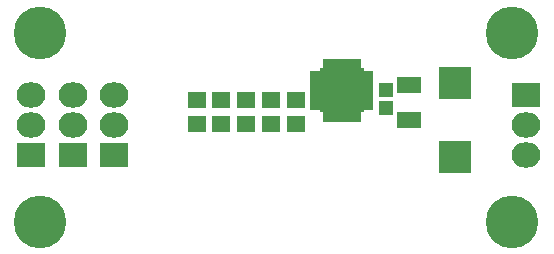
<source format=gts>
G04 #@! TF.FileFunction,Soldermask,Top*
%FSLAX46Y46*%
G04 Gerber Fmt 4.6, Leading zero omitted, Abs format (unit mm)*
G04 Created by KiCad (PCBNEW (2016-03-20 BZR 6634, Git a4ba01f)-product) date 4/5/2016 10:18:16 AM*
%MOMM*%
G01*
G04 APERTURE LIST*
%ADD10C,0.100000*%
%ADD11R,1.650000X1.400000*%
%ADD12R,2.432000X2.127200*%
%ADD13O,2.432000X2.127200*%
%ADD14R,2.000000X1.400000*%
%ADD15R,1.150000X1.200000*%
%ADD16R,0.950000X0.800000*%
%ADD17R,0.800000X0.950000*%
%ADD18R,2.075000X2.075000*%
%ADD19R,2.830000X2.770000*%
%ADD20C,4.464000*%
G04 APERTURE END LIST*
D10*
D11*
X144700000Y-88700000D03*
X144700000Y-90700000D03*
X142600000Y-88700000D03*
X142600000Y-90700000D03*
X140500000Y-88700000D03*
X140500000Y-90700000D03*
X138400000Y-88700000D03*
X138400000Y-90700000D03*
X136300000Y-88700000D03*
X136300000Y-90700000D03*
D12*
X164200000Y-88300000D03*
D13*
X164200000Y-90840000D03*
X164200000Y-93380000D03*
D14*
X154300000Y-87400000D03*
X154300000Y-90400000D03*
D15*
X152300000Y-87850000D03*
X152300000Y-89350000D03*
D16*
X146350000Y-86575000D03*
X146350000Y-87225000D03*
X146350000Y-87875000D03*
X146350000Y-88525000D03*
X146350000Y-89175000D03*
D17*
X147300000Y-90125000D03*
X147950000Y-90125000D03*
X148600000Y-90125000D03*
X149250000Y-90125000D03*
X149900000Y-90125000D03*
D16*
X150850000Y-89175000D03*
X150850000Y-88525000D03*
X150850000Y-87875000D03*
X150850000Y-87225000D03*
X150850000Y-86575000D03*
D17*
X149900000Y-85625000D03*
X149250000Y-85625000D03*
X148600000Y-85625000D03*
X147950000Y-85625000D03*
X147300000Y-85625000D03*
D18*
X149437500Y-88712500D03*
X149437500Y-87037500D03*
X147762500Y-88712500D03*
X147762500Y-87037500D03*
D19*
X158200000Y-93520000D03*
X158200000Y-87280000D03*
D12*
X125800000Y-93400000D03*
D13*
X125800000Y-90860000D03*
X125800000Y-88320000D03*
D12*
X129300000Y-93400000D03*
D13*
X129300000Y-90860000D03*
X129300000Y-88320000D03*
D20*
X123000000Y-99000000D03*
X123000000Y-83000000D03*
X163000000Y-99000000D03*
X163000000Y-83000000D03*
D12*
X122300000Y-93400000D03*
D13*
X122300000Y-90860000D03*
X122300000Y-88320000D03*
M02*

</source>
